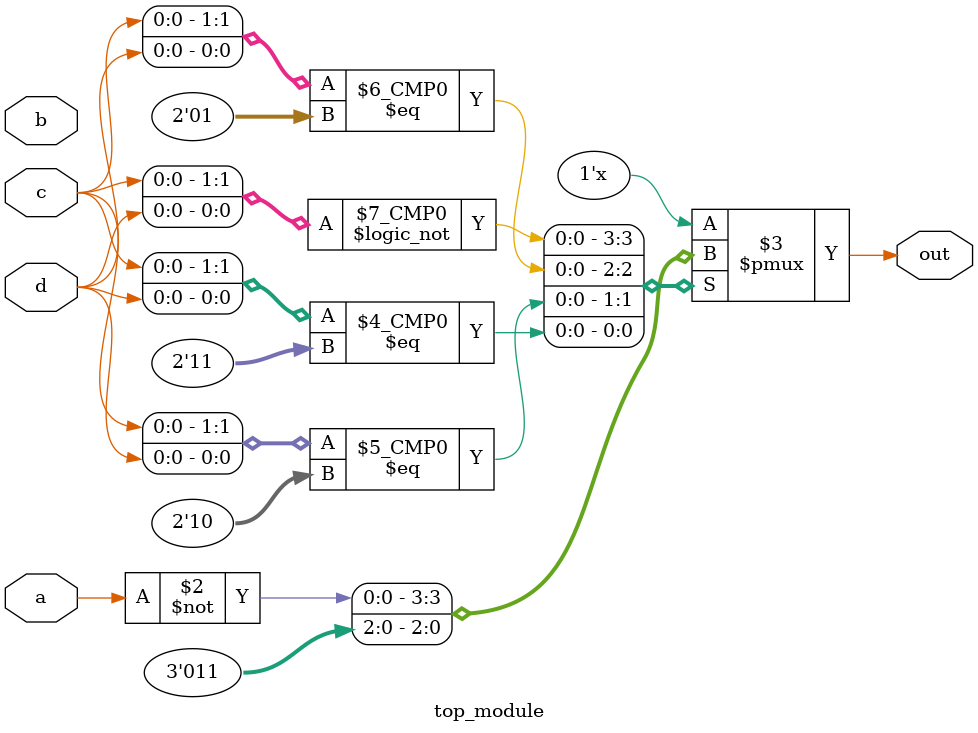
<source format=sv>
module top_module (
    input a, 
    input b,
    input c,
    input d,
    output reg out
);

always @(*) begin
    case ({c, d})
        2'b00: out = ~a;
        2'b01: out = 0;
        2'b10: out = 1;
        2'b11: out = 1;
    endcase
end

endmodule

</source>
